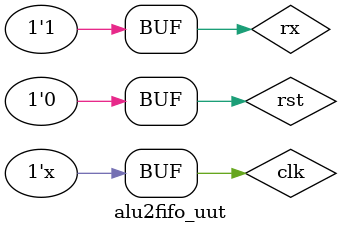
<source format=v>
`timescale 1ns / 1ps

module alu2fifo_uut;
// Inputs
	  wire [7:0] dout;
      wire tx_empty_start;
      reg clk;
      reg rst;
      reg rx;
      
    top uut
          (.dout(dout),
           .tx_empty_start(tx_empty_start),
          .clk(clk),
          .rst(rst),
          .rx(rx));
  initial
  begin
      #5;
      rst = 1'b1;
      clk = 1'b1;
      rx = 1'b1;
      #5;
      rst = ~rst;
      clk = 1'b0;
      
      #52160;
		/** señal de entrada S+dato+P
		 datoA=00101010 (42)d **/
		rx=0; //S bit de start
		#52160
			rx=0;	//D0 LSB
		#52160
			rx=1;	//D1
		#52160
			rx=0;	//D2
		#52160
			rx=0;	//D3
		#52160
			rx=0;	//D4
		#52160
			rx=1;	//D5
		#52160
			rx=0;	//D6
		#52160
			rx=0; //D7 MSB
		#52160
			rx=1;	//P bit de stop
		
		#305000	// tiempo entre cada dato
		
	
		/** señal de entrada S+dato+P
		 datoB=00001010 (10)d **/
		rx=0; //S bit de start
		#52160
			rx=0;	//D0 LSB
		#52160
			rx=1;	//D1
		#52160
			rx=0;	//D2
		#52160
			rx=0;	//D3
		#52160
			rx=0;	//D4
		#52160
			rx=0;	//D5
		#52160
			rx=0;	//D6
		#52160
			rx=1; //D7 MSB
		#52160
			rx=0;	//P bit de stop
			
		#305000	// tiempo entre cada dato
		
		/** señal de entrada S+dato+P
		 operacion=00100000 (suma)**/
		rx=0; //S bit de start
		#52160
			rx=0;	//D0 LSB
		#52160
			rx=0;	//D1
		#52160
			rx=0;	//D2
		#52160
			rx=0;	//D3
		#52160
			rx=0;	//D4
		#52160
			rx=1;	//D5
		#52160
			rx=0;	//D6
		#52160
			rx=0; //D7 MSB
		#52160
			rx=1;	//P bit de stop

	end
	
	always begin //clock de la placa 100Mhz (#5)
		#5 clk=~clk;
	end
endmodule
</source>
